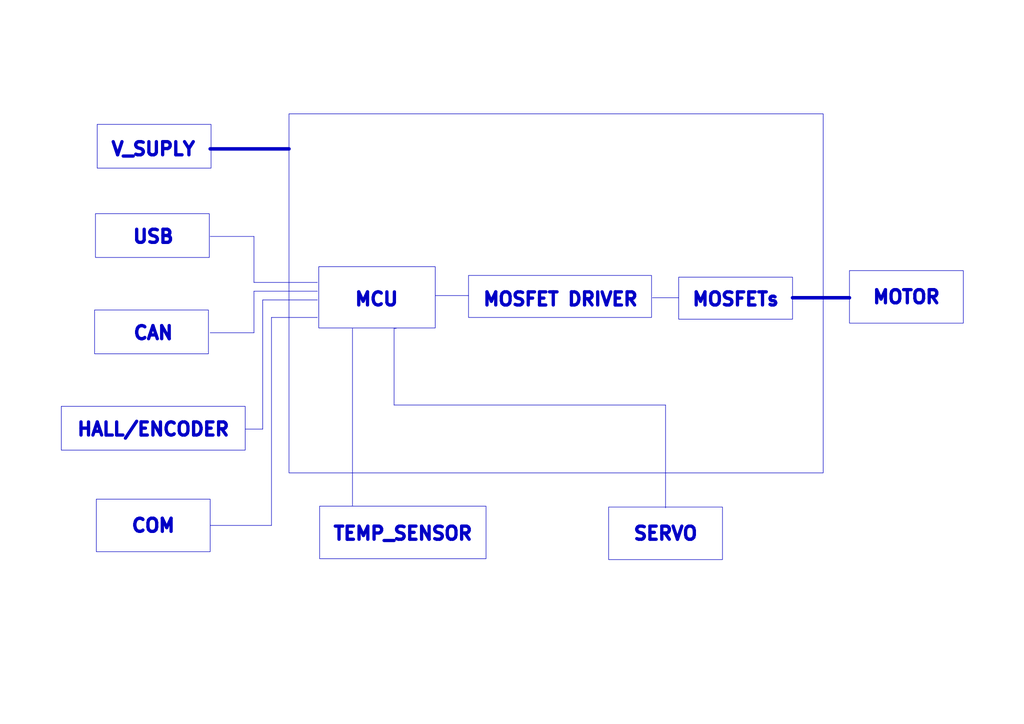
<source format=kicad_sch>
(kicad_sch
	(version 20231120)
	(generator "eeschema")
	(generator_version "8.0")
	(uuid "602b856e-9bc7-4bde-9959-e02e09c9a44e")
	(paper "A4")
	(lib_symbols)
	(polyline
		(pts
			(xy 60.96 152.4) (xy 78.74 152.4)
		)
		(stroke
			(width 0)
			(type default)
		)
		(uuid "02c0b048-c92b-42b7-aaa2-54986e27383a")
	)
	(polyline
		(pts
			(xy 71.12 124.46) (xy 76.2 124.46)
		)
		(stroke
			(width 0)
			(type default)
		)
		(uuid "15011b0e-627d-4dcb-be4a-750f3dd17367")
	)
	(polyline
		(pts
			(xy 78.74 92.075) (xy 92.075 92.075)
		)
		(stroke
			(width 0)
			(type default)
		)
		(uuid "1734c5c9-37ff-4cfc-938d-9e025e515d90")
	)
	(polyline
		(pts
			(xy 73.66 84.455) (xy 92.075 84.455)
		)
		(stroke
			(width 0)
			(type default)
		)
		(uuid "18403e8c-a059-44d6-ba87-317cb7779ee4")
	)
	(polyline
		(pts
			(xy 76.2 86.995) (xy 92.075 86.995)
		)
		(stroke
			(width 0)
			(type default)
		)
		(uuid "2ec17b2f-b25d-417d-8bf7-d7bc7e0026e4")
	)
	(polyline
		(pts
			(xy 229.87 86.36) (xy 246.38 86.36)
		)
		(stroke
			(width 1.016)
			(type default)
		)
		(uuid "3d30d830-72d0-4e33-ad83-325c5e17d2d8")
	)
	(polyline
		(pts
			(xy 73.66 81.915) (xy 92.075 81.915)
		)
		(stroke
			(width 0)
			(type default)
		)
		(uuid "4110f959-aee0-4322-8d73-7ac5f09901e1")
	)
	(polyline
		(pts
			(xy 60.96 96.52) (xy 73.66 96.52)
		)
		(stroke
			(width 0)
			(type default)
		)
		(uuid "6b7a68dd-acee-4c53-91eb-a36d4aabf76d")
	)
	(polyline
		(pts
			(xy 114.3 117.475) (xy 114.3 95.25)
		)
		(stroke
			(width 0)
			(type default)
		)
		(uuid "7983013e-338b-4925-832d-477e0584cb31")
	)
	(polyline
		(pts
			(xy 189.23 86.36) (xy 196.85 86.36)
		)
		(stroke
			(width 0)
			(type default)
		)
		(uuid "7f533002-afd7-4aa3-93de-b41c3c0623cd")
	)
	(polyline
		(pts
			(xy 102.235 95.25) (xy 102.235 146.685)
		)
		(stroke
			(width 0)
			(type default)
		)
		(uuid "7f538ae1-d04a-4ed3-9f20-f7b6e72cad3d")
	)
	(polyline
		(pts
			(xy 76.2 124.46) (xy 76.2 86.995)
		)
		(stroke
			(width 0)
			(type default)
		)
		(uuid "850ee811-d6e4-4da9-858b-59d803e16359")
	)
	(polyline
		(pts
			(xy 60.96 43.18) (xy 83.82 43.18)
		)
		(stroke
			(width 1.016)
			(type default)
		)
		(uuid "a93d4761-6bba-457a-8c0d-30362a9d0b33")
	)
	(polyline
		(pts
			(xy 73.66 96.52) (xy 73.66 84.455)
		)
		(stroke
			(width 0)
			(type default)
		)
		(uuid "b8298ae0-f139-477c-a64e-b7e71de73742")
	)
	(polyline
		(pts
			(xy 193.04 117.475) (xy 114.3 117.475)
		)
		(stroke
			(width 0)
			(type default)
		)
		(uuid "bfbf2178-0608-4049-99de-52b251b892ab")
	)
	(polyline
		(pts
			(xy 114.3 95.25) (xy 114.935 95.25)
		)
		(stroke
			(width 0)
			(type default)
		)
		(uuid "c0f2f145-ff43-4fe1-ace7-75a71ea218a8")
	)
	(polyline
		(pts
			(xy 193.04 147.32) (xy 193.04 117.475)
		)
		(stroke
			(width 0)
			(type default)
		)
		(uuid "c300e394-d70d-4ecf-83e9-bc92b2557b03")
	)
	(polyline
		(pts
			(xy 60.96 68.58) (xy 73.66 68.58)
		)
		(stroke
			(width 0)
			(type default)
		)
		(uuid "c8ca5de6-4a39-4117-9ad2-3ae877bc61d2")
	)
	(polyline
		(pts
			(xy 126.365 85.725) (xy 135.89 85.725)
		)
		(stroke
			(width 0)
			(type default)
		)
		(uuid "e82846ee-8386-4334-875a-969d40227ab2")
	)
	(polyline
		(pts
			(xy 78.74 152.4) (xy 78.74 92.075)
		)
		(stroke
			(width 0)
			(type default)
		)
		(uuid "e8ecfd79-dd07-468c-b675-dedd24bfb1b9")
	)
	(polyline
		(pts
			(xy 73.66 68.58) (xy 73.66 81.915)
		)
		(stroke
			(width 0)
			(type default)
		)
		(uuid "ee86c59b-2fff-4c2e-ae36-37bde71d380a")
	)
	(rectangle
		(start 83.82 33.02)
		(end 238.76 137.16)
		(stroke
			(width 0)
			(type default)
		)
		(fill
			(type none)
		)
		(uuid 03c2ae5b-8e02-4c8b-a2ac-08b9ff88646c)
	)
	(rectangle
		(start 28.194 36.068)
		(end 61.214 48.768)
		(stroke
			(width 0)
			(type default)
		)
		(fill
			(type none)
		)
		(uuid 37a10724-880f-4f14-b680-94b958de2663)
	)
	(rectangle
		(start 92.456 77.343)
		(end 126.238 95.123)
		(stroke
			(width 0)
			(type default)
		)
		(fill
			(type none)
		)
		(uuid 3dfc5893-421a-4a00-a05d-ea377caad2f7)
	)
	(rectangle
		(start 196.85 80.391)
		(end 229.87 92.583)
		(stroke
			(width 0)
			(type default)
		)
		(fill
			(type none)
		)
		(uuid 4a60e058-b550-48a9-9c70-033a4f814b3c)
	)
	(rectangle
		(start 92.71 146.812)
		(end 140.97 162.052)
		(stroke
			(width 0)
			(type default)
		)
		(fill
			(type none)
		)
		(uuid 67d434fb-2134-44e0-bd0c-23360d33c3a7)
	)
	(rectangle
		(start 17.78 117.856)
		(end 71.12 130.556)
		(stroke
			(width 0)
			(type default)
		)
		(fill
			(type none)
		)
		(uuid 783250b9-2fc2-4435-a418-8d444026fc17)
	)
	(rectangle
		(start 176.53 147.066)
		(end 209.55 162.306)
		(stroke
			(width 0)
			(type default)
		)
		(fill
			(type none)
		)
		(uuid ca9dc0fc-ba11-4034-9d15-5f9626575bf3)
	)
	(rectangle
		(start 27.94 144.78)
		(end 60.96 160.02)
		(stroke
			(width 0)
			(type default)
		)
		(fill
			(type none)
		)
		(uuid d0a73f5e-1911-4ef9-9622-0a286a1f6fb4)
	)
	(rectangle
		(start 135.89 79.883)
		(end 188.976 92.075)
		(stroke
			(width 0)
			(type default)
		)
		(fill
			(type none)
		)
		(uuid d0be0586-ec65-4b49-ad9e-17d83e11b54f)
	)
	(rectangle
		(start 27.686 61.976)
		(end 60.706 74.676)
		(stroke
			(width 0)
			(type default)
		)
		(fill
			(type none)
		)
		(uuid d82dd1ce-c07c-49ad-bc63-8e98f3315317)
	)
	(rectangle
		(start 246.38 78.486)
		(end 279.4 93.726)
		(stroke
			(width 0)
			(type default)
		)
		(fill
			(type none)
		)
		(uuid ed4a532f-024e-45f1-8530-e6c8a7438f82)
	)
	(rectangle
		(start 27.432 89.916)
		(end 60.452 102.616)
		(stroke
			(width 0)
			(type default)
		)
		(fill
			(type none)
		)
		(uuid efd3fd9e-e34d-4727-8f27-bb458bd1d75b)
	)
	(text "CAN"
		(exclude_from_sim no)
		(at 44.45 96.774 0)
		(effects
			(font
				(size 3.81 3.81)
				(thickness 1.016)
				(bold yes)
			)
		)
		(uuid "05ef3451-d2e8-4302-8ac4-80f9ff0436fa")
	)
	(text "TEMP_SENSOR"
		(exclude_from_sim no)
		(at 116.84 154.94 0)
		(effects
			(font
				(size 3.81 3.81)
				(thickness 1.016)
				(bold yes)
			)
		)
		(uuid "2141bb79-4cc3-4b78-84d6-1bd1cb510502")
	)
	(text "HALL/ENCODER"
		(exclude_from_sim no)
		(at 44.45 124.714 0)
		(effects
			(font
				(size 3.81 3.81)
				(thickness 1.016)
				(bold yes)
			)
		)
		(uuid "31ae14c0-d688-4876-9b86-a19433a9784c")
	)
	(text "SERVO"
		(exclude_from_sim no)
		(at 193.04 154.94 0)
		(effects
			(font
				(size 3.81 3.81)
				(thickness 1.016)
				(bold yes)
			)
		)
		(uuid "333bd3e3-5fd3-46e3-9cd3-9ed5685e3203")
	)
	(text "MOSFETs"
		(exclude_from_sim no)
		(at 213.36 86.995 0)
		(effects
			(font
				(size 3.81 3.81)
				(thickness 1.016)
				(bold yes)
			)
		)
		(uuid "470bbf57-5ac1-4085-ae5f-cee76f3e2af1")
	)
	(text "MCU"
		(exclude_from_sim no)
		(at 109.22 86.995 0)
		(effects
			(font
				(size 3.81 3.81)
				(thickness 1.016)
				(bold yes)
			)
		)
		(uuid "5d541c3e-8271-4b5a-9637-edb131881967")
	)
	(text "USB"
		(exclude_from_sim no)
		(at 44.45 68.834 0)
		(effects
			(font
				(size 3.81 3.81)
				(thickness 1.016)
				(bold yes)
			)
		)
		(uuid "69efd21c-adef-4073-a599-acaf661fa0ec")
	)
	(text "V_SUPLY"
		(exclude_from_sim no)
		(at 44.45 43.434 0)
		(effects
			(font
				(size 3.81 3.81)
				(thickness 1.016)
				(bold yes)
			)
		)
		(uuid "81a260d8-402e-4e16-a41c-0dbba94040dc")
	)
	(text "MOSFET DRIVER"
		(exclude_from_sim no)
		(at 162.56 86.995 0)
		(effects
			(font
				(size 3.81 3.81)
				(thickness 1.016)
				(bold yes)
			)
		)
		(uuid "a76efd9e-194a-4798-a9de-1680a8f13be8")
	)
	(text "COM"
		(exclude_from_sim no)
		(at 44.45 152.654 0)
		(effects
			(font
				(size 3.81 3.81)
				(thickness 1.016)
				(bold yes)
			)
		)
		(uuid "b650635c-efba-4760-abff-03e4f4148282")
	)
	(text "MOTOR"
		(exclude_from_sim no)
		(at 262.89 86.36 0)
		(effects
			(font
				(size 3.81 3.81)
				(thickness 1.016)
				(bold yes)
			)
		)
		(uuid "fb637ab6-1d01-4d1a-983e-c9a2dc278a2d")
	)
)

</source>
